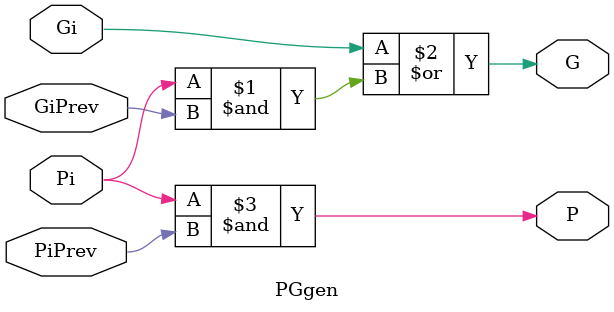
<source format=v>
module aca_csu8_4(a,b,sum);
input [7:0] a,b;
output [8:0] sum;
wire [7:0] p,g;
wire appc,cout,c;

assign p = a^b;
assign g = a&b;
appc app0(p[3:0],g[3:0],appc);

assign c = appc;

carry_look_ahead_4bit cla1(p[3:0], g[3:0], 1'b0 , sum[3:0], cout);
carry_look_ahead_4bit cla2(p[7:4], g[7:4], c, sum[7:4], sum[8]);
endmodule


module carry_look_ahead_4bit(p,g,cin,sum,cout);
  input [3:0] g,p;
  input cin;
  output [3:0] sum;
  output cout;
  wire gext;
  wire [2:0] c, g1, p1;
  
  assign gext = g[0] | p[0]&cin;
  assign c[0] = gext;
  assign g1[0] = g[1] | p[1]&gext;  assign c[1] = g1[0];
  PGgen pggen01(g1[1],p1[1],g[2],p[2],g[1],p[1]); 
  PGgen pggen02(g1[2],p1[2],g[3],p[3],g[2],p[2]);

  assign c[2] = g1[1] | p1[1]&gext; 
  assign cout = g1[2] | p1[2]&g1[0]; 

  assign sum[0] = p[0]^cin;
  xor x[3:1](sum[3:1],p[3:1],c[2:0]);
endmodule

module appc(p,g,cout);
  input [3:0] g,p;
  output cout;
  wire [2:0] c, g1, p1;
  
  assign g1[0] = g[1] | p[1]&g[0];  
  PGgen pggen02(g1[2],p1[2],g[3],p[3],g[2],p[2]);

  assign cout = g1[2] | p1[2]&g1[0]; 
endmodule

module PGgen(G, P, Gi, Pi, GiPrev, PiPrev);
  output G, P;
  input Gi, Pi, GiPrev, PiPrev;
  
  assign G = (Gi) | (Pi&GiPrev);
  assign P = Pi&PiPrev;
endmodule
</source>
